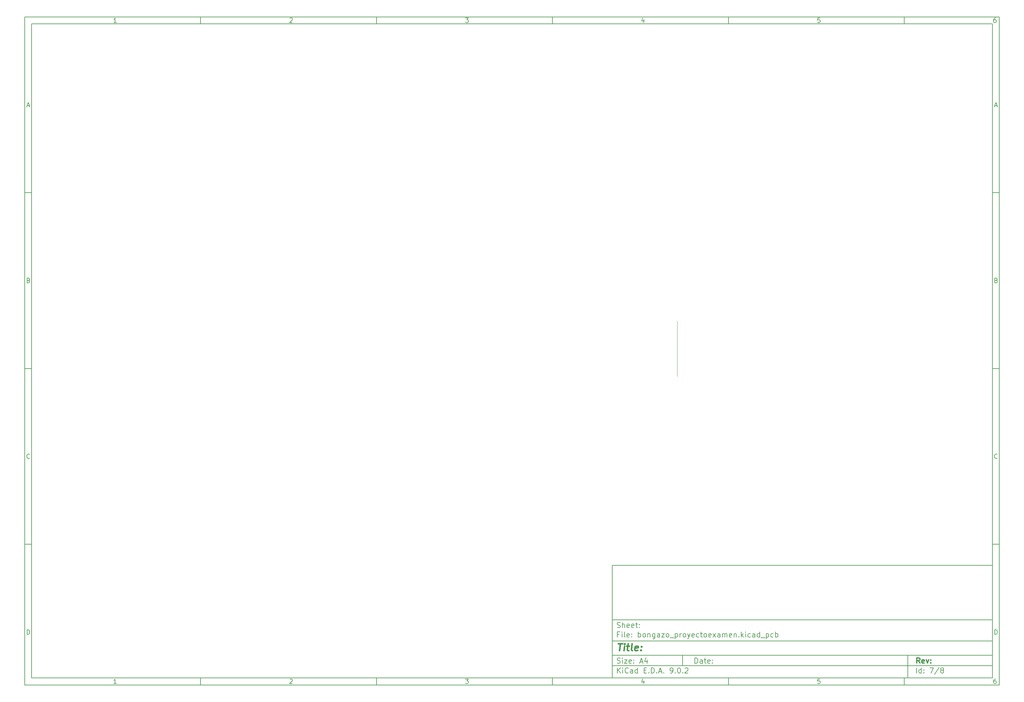
<source format=gbr>
%TF.GenerationSoftware,KiCad,Pcbnew,9.0.2*%
%TF.CreationDate,2025-06-20T15:30:42-04:00*%
%TF.ProjectId,bongazo_proyectoexamen,626f6e67-617a-46f5-9f70-726f79656374,rev?*%
%TF.SameCoordinates,Original*%
%TF.FileFunction,OtherDrawing,Comment*%
%FSLAX46Y46*%
G04 Gerber Fmt 4.6, Leading zero omitted, Abs format (unit mm)*
G04 Created by KiCad (PCBNEW 9.0.2) date 2025-06-20 15:30:42*
%MOMM*%
%LPD*%
G01*
G04 APERTURE LIST*
%ADD10C,0.100000*%
%ADD11C,0.150000*%
%ADD12C,0.300000*%
%ADD13C,0.400000*%
G04 APERTURE END LIST*
D10*
D11*
X177002200Y-166007200D02*
X285002200Y-166007200D01*
X285002200Y-198007200D01*
X177002200Y-198007200D01*
X177002200Y-166007200D01*
D10*
D11*
X10000000Y-10000000D02*
X287002200Y-10000000D01*
X287002200Y-200007200D01*
X10000000Y-200007200D01*
X10000000Y-10000000D01*
D10*
D11*
X12000000Y-12000000D02*
X285002200Y-12000000D01*
X285002200Y-198007200D01*
X12000000Y-198007200D01*
X12000000Y-12000000D01*
D10*
D11*
X60000000Y-12000000D02*
X60000000Y-10000000D01*
D10*
D11*
X110000000Y-12000000D02*
X110000000Y-10000000D01*
D10*
D11*
X160000000Y-12000000D02*
X160000000Y-10000000D01*
D10*
D11*
X210000000Y-12000000D02*
X210000000Y-10000000D01*
D10*
D11*
X260000000Y-12000000D02*
X260000000Y-10000000D01*
D10*
D11*
X36089160Y-11593604D02*
X35346303Y-11593604D01*
X35717731Y-11593604D02*
X35717731Y-10293604D01*
X35717731Y-10293604D02*
X35593922Y-10479319D01*
X35593922Y-10479319D02*
X35470112Y-10603128D01*
X35470112Y-10603128D02*
X35346303Y-10665033D01*
D10*
D11*
X85346303Y-10417414D02*
X85408207Y-10355509D01*
X85408207Y-10355509D02*
X85532017Y-10293604D01*
X85532017Y-10293604D02*
X85841541Y-10293604D01*
X85841541Y-10293604D02*
X85965350Y-10355509D01*
X85965350Y-10355509D02*
X86027255Y-10417414D01*
X86027255Y-10417414D02*
X86089160Y-10541223D01*
X86089160Y-10541223D02*
X86089160Y-10665033D01*
X86089160Y-10665033D02*
X86027255Y-10850747D01*
X86027255Y-10850747D02*
X85284398Y-11593604D01*
X85284398Y-11593604D02*
X86089160Y-11593604D01*
D10*
D11*
X135284398Y-10293604D02*
X136089160Y-10293604D01*
X136089160Y-10293604D02*
X135655826Y-10788842D01*
X135655826Y-10788842D02*
X135841541Y-10788842D01*
X135841541Y-10788842D02*
X135965350Y-10850747D01*
X135965350Y-10850747D02*
X136027255Y-10912652D01*
X136027255Y-10912652D02*
X136089160Y-11036461D01*
X136089160Y-11036461D02*
X136089160Y-11345985D01*
X136089160Y-11345985D02*
X136027255Y-11469795D01*
X136027255Y-11469795D02*
X135965350Y-11531700D01*
X135965350Y-11531700D02*
X135841541Y-11593604D01*
X135841541Y-11593604D02*
X135470112Y-11593604D01*
X135470112Y-11593604D02*
X135346303Y-11531700D01*
X135346303Y-11531700D02*
X135284398Y-11469795D01*
D10*
D11*
X185965350Y-10726938D02*
X185965350Y-11593604D01*
X185655826Y-10231700D02*
X185346303Y-11160271D01*
X185346303Y-11160271D02*
X186151064Y-11160271D01*
D10*
D11*
X236027255Y-10293604D02*
X235408207Y-10293604D01*
X235408207Y-10293604D02*
X235346303Y-10912652D01*
X235346303Y-10912652D02*
X235408207Y-10850747D01*
X235408207Y-10850747D02*
X235532017Y-10788842D01*
X235532017Y-10788842D02*
X235841541Y-10788842D01*
X235841541Y-10788842D02*
X235965350Y-10850747D01*
X235965350Y-10850747D02*
X236027255Y-10912652D01*
X236027255Y-10912652D02*
X236089160Y-11036461D01*
X236089160Y-11036461D02*
X236089160Y-11345985D01*
X236089160Y-11345985D02*
X236027255Y-11469795D01*
X236027255Y-11469795D02*
X235965350Y-11531700D01*
X235965350Y-11531700D02*
X235841541Y-11593604D01*
X235841541Y-11593604D02*
X235532017Y-11593604D01*
X235532017Y-11593604D02*
X235408207Y-11531700D01*
X235408207Y-11531700D02*
X235346303Y-11469795D01*
D10*
D11*
X285965350Y-10293604D02*
X285717731Y-10293604D01*
X285717731Y-10293604D02*
X285593922Y-10355509D01*
X285593922Y-10355509D02*
X285532017Y-10417414D01*
X285532017Y-10417414D02*
X285408207Y-10603128D01*
X285408207Y-10603128D02*
X285346303Y-10850747D01*
X285346303Y-10850747D02*
X285346303Y-11345985D01*
X285346303Y-11345985D02*
X285408207Y-11469795D01*
X285408207Y-11469795D02*
X285470112Y-11531700D01*
X285470112Y-11531700D02*
X285593922Y-11593604D01*
X285593922Y-11593604D02*
X285841541Y-11593604D01*
X285841541Y-11593604D02*
X285965350Y-11531700D01*
X285965350Y-11531700D02*
X286027255Y-11469795D01*
X286027255Y-11469795D02*
X286089160Y-11345985D01*
X286089160Y-11345985D02*
X286089160Y-11036461D01*
X286089160Y-11036461D02*
X286027255Y-10912652D01*
X286027255Y-10912652D02*
X285965350Y-10850747D01*
X285965350Y-10850747D02*
X285841541Y-10788842D01*
X285841541Y-10788842D02*
X285593922Y-10788842D01*
X285593922Y-10788842D02*
X285470112Y-10850747D01*
X285470112Y-10850747D02*
X285408207Y-10912652D01*
X285408207Y-10912652D02*
X285346303Y-11036461D01*
D10*
D11*
X60000000Y-198007200D02*
X60000000Y-200007200D01*
D10*
D11*
X110000000Y-198007200D02*
X110000000Y-200007200D01*
D10*
D11*
X160000000Y-198007200D02*
X160000000Y-200007200D01*
D10*
D11*
X210000000Y-198007200D02*
X210000000Y-200007200D01*
D10*
D11*
X260000000Y-198007200D02*
X260000000Y-200007200D01*
D10*
D11*
X36089160Y-199600804D02*
X35346303Y-199600804D01*
X35717731Y-199600804D02*
X35717731Y-198300804D01*
X35717731Y-198300804D02*
X35593922Y-198486519D01*
X35593922Y-198486519D02*
X35470112Y-198610328D01*
X35470112Y-198610328D02*
X35346303Y-198672233D01*
D10*
D11*
X85346303Y-198424614D02*
X85408207Y-198362709D01*
X85408207Y-198362709D02*
X85532017Y-198300804D01*
X85532017Y-198300804D02*
X85841541Y-198300804D01*
X85841541Y-198300804D02*
X85965350Y-198362709D01*
X85965350Y-198362709D02*
X86027255Y-198424614D01*
X86027255Y-198424614D02*
X86089160Y-198548423D01*
X86089160Y-198548423D02*
X86089160Y-198672233D01*
X86089160Y-198672233D02*
X86027255Y-198857947D01*
X86027255Y-198857947D02*
X85284398Y-199600804D01*
X85284398Y-199600804D02*
X86089160Y-199600804D01*
D10*
D11*
X135284398Y-198300804D02*
X136089160Y-198300804D01*
X136089160Y-198300804D02*
X135655826Y-198796042D01*
X135655826Y-198796042D02*
X135841541Y-198796042D01*
X135841541Y-198796042D02*
X135965350Y-198857947D01*
X135965350Y-198857947D02*
X136027255Y-198919852D01*
X136027255Y-198919852D02*
X136089160Y-199043661D01*
X136089160Y-199043661D02*
X136089160Y-199353185D01*
X136089160Y-199353185D02*
X136027255Y-199476995D01*
X136027255Y-199476995D02*
X135965350Y-199538900D01*
X135965350Y-199538900D02*
X135841541Y-199600804D01*
X135841541Y-199600804D02*
X135470112Y-199600804D01*
X135470112Y-199600804D02*
X135346303Y-199538900D01*
X135346303Y-199538900D02*
X135284398Y-199476995D01*
D10*
D11*
X185965350Y-198734138D02*
X185965350Y-199600804D01*
X185655826Y-198238900D02*
X185346303Y-199167471D01*
X185346303Y-199167471D02*
X186151064Y-199167471D01*
D10*
D11*
X236027255Y-198300804D02*
X235408207Y-198300804D01*
X235408207Y-198300804D02*
X235346303Y-198919852D01*
X235346303Y-198919852D02*
X235408207Y-198857947D01*
X235408207Y-198857947D02*
X235532017Y-198796042D01*
X235532017Y-198796042D02*
X235841541Y-198796042D01*
X235841541Y-198796042D02*
X235965350Y-198857947D01*
X235965350Y-198857947D02*
X236027255Y-198919852D01*
X236027255Y-198919852D02*
X236089160Y-199043661D01*
X236089160Y-199043661D02*
X236089160Y-199353185D01*
X236089160Y-199353185D02*
X236027255Y-199476995D01*
X236027255Y-199476995D02*
X235965350Y-199538900D01*
X235965350Y-199538900D02*
X235841541Y-199600804D01*
X235841541Y-199600804D02*
X235532017Y-199600804D01*
X235532017Y-199600804D02*
X235408207Y-199538900D01*
X235408207Y-199538900D02*
X235346303Y-199476995D01*
D10*
D11*
X285965350Y-198300804D02*
X285717731Y-198300804D01*
X285717731Y-198300804D02*
X285593922Y-198362709D01*
X285593922Y-198362709D02*
X285532017Y-198424614D01*
X285532017Y-198424614D02*
X285408207Y-198610328D01*
X285408207Y-198610328D02*
X285346303Y-198857947D01*
X285346303Y-198857947D02*
X285346303Y-199353185D01*
X285346303Y-199353185D02*
X285408207Y-199476995D01*
X285408207Y-199476995D02*
X285470112Y-199538900D01*
X285470112Y-199538900D02*
X285593922Y-199600804D01*
X285593922Y-199600804D02*
X285841541Y-199600804D01*
X285841541Y-199600804D02*
X285965350Y-199538900D01*
X285965350Y-199538900D02*
X286027255Y-199476995D01*
X286027255Y-199476995D02*
X286089160Y-199353185D01*
X286089160Y-199353185D02*
X286089160Y-199043661D01*
X286089160Y-199043661D02*
X286027255Y-198919852D01*
X286027255Y-198919852D02*
X285965350Y-198857947D01*
X285965350Y-198857947D02*
X285841541Y-198796042D01*
X285841541Y-198796042D02*
X285593922Y-198796042D01*
X285593922Y-198796042D02*
X285470112Y-198857947D01*
X285470112Y-198857947D02*
X285408207Y-198919852D01*
X285408207Y-198919852D02*
X285346303Y-199043661D01*
D10*
D11*
X10000000Y-60000000D02*
X12000000Y-60000000D01*
D10*
D11*
X10000000Y-110000000D02*
X12000000Y-110000000D01*
D10*
D11*
X10000000Y-160000000D02*
X12000000Y-160000000D01*
D10*
D11*
X10690476Y-35222176D02*
X11309523Y-35222176D01*
X10566666Y-35593604D02*
X10999999Y-34293604D01*
X10999999Y-34293604D02*
X11433333Y-35593604D01*
D10*
D11*
X11092857Y-84912652D02*
X11278571Y-84974557D01*
X11278571Y-84974557D02*
X11340476Y-85036461D01*
X11340476Y-85036461D02*
X11402380Y-85160271D01*
X11402380Y-85160271D02*
X11402380Y-85345985D01*
X11402380Y-85345985D02*
X11340476Y-85469795D01*
X11340476Y-85469795D02*
X11278571Y-85531700D01*
X11278571Y-85531700D02*
X11154761Y-85593604D01*
X11154761Y-85593604D02*
X10659523Y-85593604D01*
X10659523Y-85593604D02*
X10659523Y-84293604D01*
X10659523Y-84293604D02*
X11092857Y-84293604D01*
X11092857Y-84293604D02*
X11216666Y-84355509D01*
X11216666Y-84355509D02*
X11278571Y-84417414D01*
X11278571Y-84417414D02*
X11340476Y-84541223D01*
X11340476Y-84541223D02*
X11340476Y-84665033D01*
X11340476Y-84665033D02*
X11278571Y-84788842D01*
X11278571Y-84788842D02*
X11216666Y-84850747D01*
X11216666Y-84850747D02*
X11092857Y-84912652D01*
X11092857Y-84912652D02*
X10659523Y-84912652D01*
D10*
D11*
X11402380Y-135469795D02*
X11340476Y-135531700D01*
X11340476Y-135531700D02*
X11154761Y-135593604D01*
X11154761Y-135593604D02*
X11030952Y-135593604D01*
X11030952Y-135593604D02*
X10845238Y-135531700D01*
X10845238Y-135531700D02*
X10721428Y-135407890D01*
X10721428Y-135407890D02*
X10659523Y-135284080D01*
X10659523Y-135284080D02*
X10597619Y-135036461D01*
X10597619Y-135036461D02*
X10597619Y-134850747D01*
X10597619Y-134850747D02*
X10659523Y-134603128D01*
X10659523Y-134603128D02*
X10721428Y-134479319D01*
X10721428Y-134479319D02*
X10845238Y-134355509D01*
X10845238Y-134355509D02*
X11030952Y-134293604D01*
X11030952Y-134293604D02*
X11154761Y-134293604D01*
X11154761Y-134293604D02*
X11340476Y-134355509D01*
X11340476Y-134355509D02*
X11402380Y-134417414D01*
D10*
D11*
X10659523Y-185593604D02*
X10659523Y-184293604D01*
X10659523Y-184293604D02*
X10969047Y-184293604D01*
X10969047Y-184293604D02*
X11154761Y-184355509D01*
X11154761Y-184355509D02*
X11278571Y-184479319D01*
X11278571Y-184479319D02*
X11340476Y-184603128D01*
X11340476Y-184603128D02*
X11402380Y-184850747D01*
X11402380Y-184850747D02*
X11402380Y-185036461D01*
X11402380Y-185036461D02*
X11340476Y-185284080D01*
X11340476Y-185284080D02*
X11278571Y-185407890D01*
X11278571Y-185407890D02*
X11154761Y-185531700D01*
X11154761Y-185531700D02*
X10969047Y-185593604D01*
X10969047Y-185593604D02*
X10659523Y-185593604D01*
D10*
D11*
X287002200Y-60000000D02*
X285002200Y-60000000D01*
D10*
D11*
X287002200Y-110000000D02*
X285002200Y-110000000D01*
D10*
D11*
X287002200Y-160000000D02*
X285002200Y-160000000D01*
D10*
D11*
X285692676Y-35222176D02*
X286311723Y-35222176D01*
X285568866Y-35593604D02*
X286002199Y-34293604D01*
X286002199Y-34293604D02*
X286435533Y-35593604D01*
D10*
D11*
X286095057Y-84912652D02*
X286280771Y-84974557D01*
X286280771Y-84974557D02*
X286342676Y-85036461D01*
X286342676Y-85036461D02*
X286404580Y-85160271D01*
X286404580Y-85160271D02*
X286404580Y-85345985D01*
X286404580Y-85345985D02*
X286342676Y-85469795D01*
X286342676Y-85469795D02*
X286280771Y-85531700D01*
X286280771Y-85531700D02*
X286156961Y-85593604D01*
X286156961Y-85593604D02*
X285661723Y-85593604D01*
X285661723Y-85593604D02*
X285661723Y-84293604D01*
X285661723Y-84293604D02*
X286095057Y-84293604D01*
X286095057Y-84293604D02*
X286218866Y-84355509D01*
X286218866Y-84355509D02*
X286280771Y-84417414D01*
X286280771Y-84417414D02*
X286342676Y-84541223D01*
X286342676Y-84541223D02*
X286342676Y-84665033D01*
X286342676Y-84665033D02*
X286280771Y-84788842D01*
X286280771Y-84788842D02*
X286218866Y-84850747D01*
X286218866Y-84850747D02*
X286095057Y-84912652D01*
X286095057Y-84912652D02*
X285661723Y-84912652D01*
D10*
D11*
X286404580Y-135469795D02*
X286342676Y-135531700D01*
X286342676Y-135531700D02*
X286156961Y-135593604D01*
X286156961Y-135593604D02*
X286033152Y-135593604D01*
X286033152Y-135593604D02*
X285847438Y-135531700D01*
X285847438Y-135531700D02*
X285723628Y-135407890D01*
X285723628Y-135407890D02*
X285661723Y-135284080D01*
X285661723Y-135284080D02*
X285599819Y-135036461D01*
X285599819Y-135036461D02*
X285599819Y-134850747D01*
X285599819Y-134850747D02*
X285661723Y-134603128D01*
X285661723Y-134603128D02*
X285723628Y-134479319D01*
X285723628Y-134479319D02*
X285847438Y-134355509D01*
X285847438Y-134355509D02*
X286033152Y-134293604D01*
X286033152Y-134293604D02*
X286156961Y-134293604D01*
X286156961Y-134293604D02*
X286342676Y-134355509D01*
X286342676Y-134355509D02*
X286404580Y-134417414D01*
D10*
D11*
X285661723Y-185593604D02*
X285661723Y-184293604D01*
X285661723Y-184293604D02*
X285971247Y-184293604D01*
X285971247Y-184293604D02*
X286156961Y-184355509D01*
X286156961Y-184355509D02*
X286280771Y-184479319D01*
X286280771Y-184479319D02*
X286342676Y-184603128D01*
X286342676Y-184603128D02*
X286404580Y-184850747D01*
X286404580Y-184850747D02*
X286404580Y-185036461D01*
X286404580Y-185036461D02*
X286342676Y-185284080D01*
X286342676Y-185284080D02*
X286280771Y-185407890D01*
X286280771Y-185407890D02*
X286156961Y-185531700D01*
X286156961Y-185531700D02*
X285971247Y-185593604D01*
X285971247Y-185593604D02*
X285661723Y-185593604D01*
D10*
D11*
X200458026Y-193793328D02*
X200458026Y-192293328D01*
X200458026Y-192293328D02*
X200815169Y-192293328D01*
X200815169Y-192293328D02*
X201029455Y-192364757D01*
X201029455Y-192364757D02*
X201172312Y-192507614D01*
X201172312Y-192507614D02*
X201243741Y-192650471D01*
X201243741Y-192650471D02*
X201315169Y-192936185D01*
X201315169Y-192936185D02*
X201315169Y-193150471D01*
X201315169Y-193150471D02*
X201243741Y-193436185D01*
X201243741Y-193436185D02*
X201172312Y-193579042D01*
X201172312Y-193579042D02*
X201029455Y-193721900D01*
X201029455Y-193721900D02*
X200815169Y-193793328D01*
X200815169Y-193793328D02*
X200458026Y-193793328D01*
X202600884Y-193793328D02*
X202600884Y-193007614D01*
X202600884Y-193007614D02*
X202529455Y-192864757D01*
X202529455Y-192864757D02*
X202386598Y-192793328D01*
X202386598Y-192793328D02*
X202100884Y-192793328D01*
X202100884Y-192793328D02*
X201958026Y-192864757D01*
X202600884Y-193721900D02*
X202458026Y-193793328D01*
X202458026Y-193793328D02*
X202100884Y-193793328D01*
X202100884Y-193793328D02*
X201958026Y-193721900D01*
X201958026Y-193721900D02*
X201886598Y-193579042D01*
X201886598Y-193579042D02*
X201886598Y-193436185D01*
X201886598Y-193436185D02*
X201958026Y-193293328D01*
X201958026Y-193293328D02*
X202100884Y-193221900D01*
X202100884Y-193221900D02*
X202458026Y-193221900D01*
X202458026Y-193221900D02*
X202600884Y-193150471D01*
X203100884Y-192793328D02*
X203672312Y-192793328D01*
X203315169Y-192293328D02*
X203315169Y-193579042D01*
X203315169Y-193579042D02*
X203386598Y-193721900D01*
X203386598Y-193721900D02*
X203529455Y-193793328D01*
X203529455Y-193793328D02*
X203672312Y-193793328D01*
X204743741Y-193721900D02*
X204600884Y-193793328D01*
X204600884Y-193793328D02*
X204315170Y-193793328D01*
X204315170Y-193793328D02*
X204172312Y-193721900D01*
X204172312Y-193721900D02*
X204100884Y-193579042D01*
X204100884Y-193579042D02*
X204100884Y-193007614D01*
X204100884Y-193007614D02*
X204172312Y-192864757D01*
X204172312Y-192864757D02*
X204315170Y-192793328D01*
X204315170Y-192793328D02*
X204600884Y-192793328D01*
X204600884Y-192793328D02*
X204743741Y-192864757D01*
X204743741Y-192864757D02*
X204815170Y-193007614D01*
X204815170Y-193007614D02*
X204815170Y-193150471D01*
X204815170Y-193150471D02*
X204100884Y-193293328D01*
X205458026Y-193650471D02*
X205529455Y-193721900D01*
X205529455Y-193721900D02*
X205458026Y-193793328D01*
X205458026Y-193793328D02*
X205386598Y-193721900D01*
X205386598Y-193721900D02*
X205458026Y-193650471D01*
X205458026Y-193650471D02*
X205458026Y-193793328D01*
X205458026Y-192864757D02*
X205529455Y-192936185D01*
X205529455Y-192936185D02*
X205458026Y-193007614D01*
X205458026Y-193007614D02*
X205386598Y-192936185D01*
X205386598Y-192936185D02*
X205458026Y-192864757D01*
X205458026Y-192864757D02*
X205458026Y-193007614D01*
D10*
D11*
X177002200Y-194507200D02*
X285002200Y-194507200D01*
D10*
D11*
X178458026Y-196593328D02*
X178458026Y-195093328D01*
X179315169Y-196593328D02*
X178672312Y-195736185D01*
X179315169Y-195093328D02*
X178458026Y-195950471D01*
X179958026Y-196593328D02*
X179958026Y-195593328D01*
X179958026Y-195093328D02*
X179886598Y-195164757D01*
X179886598Y-195164757D02*
X179958026Y-195236185D01*
X179958026Y-195236185D02*
X180029455Y-195164757D01*
X180029455Y-195164757D02*
X179958026Y-195093328D01*
X179958026Y-195093328D02*
X179958026Y-195236185D01*
X181529455Y-196450471D02*
X181458027Y-196521900D01*
X181458027Y-196521900D02*
X181243741Y-196593328D01*
X181243741Y-196593328D02*
X181100884Y-196593328D01*
X181100884Y-196593328D02*
X180886598Y-196521900D01*
X180886598Y-196521900D02*
X180743741Y-196379042D01*
X180743741Y-196379042D02*
X180672312Y-196236185D01*
X180672312Y-196236185D02*
X180600884Y-195950471D01*
X180600884Y-195950471D02*
X180600884Y-195736185D01*
X180600884Y-195736185D02*
X180672312Y-195450471D01*
X180672312Y-195450471D02*
X180743741Y-195307614D01*
X180743741Y-195307614D02*
X180886598Y-195164757D01*
X180886598Y-195164757D02*
X181100884Y-195093328D01*
X181100884Y-195093328D02*
X181243741Y-195093328D01*
X181243741Y-195093328D02*
X181458027Y-195164757D01*
X181458027Y-195164757D02*
X181529455Y-195236185D01*
X182815170Y-196593328D02*
X182815170Y-195807614D01*
X182815170Y-195807614D02*
X182743741Y-195664757D01*
X182743741Y-195664757D02*
X182600884Y-195593328D01*
X182600884Y-195593328D02*
X182315170Y-195593328D01*
X182315170Y-195593328D02*
X182172312Y-195664757D01*
X182815170Y-196521900D02*
X182672312Y-196593328D01*
X182672312Y-196593328D02*
X182315170Y-196593328D01*
X182315170Y-196593328D02*
X182172312Y-196521900D01*
X182172312Y-196521900D02*
X182100884Y-196379042D01*
X182100884Y-196379042D02*
X182100884Y-196236185D01*
X182100884Y-196236185D02*
X182172312Y-196093328D01*
X182172312Y-196093328D02*
X182315170Y-196021900D01*
X182315170Y-196021900D02*
X182672312Y-196021900D01*
X182672312Y-196021900D02*
X182815170Y-195950471D01*
X184172313Y-196593328D02*
X184172313Y-195093328D01*
X184172313Y-196521900D02*
X184029455Y-196593328D01*
X184029455Y-196593328D02*
X183743741Y-196593328D01*
X183743741Y-196593328D02*
X183600884Y-196521900D01*
X183600884Y-196521900D02*
X183529455Y-196450471D01*
X183529455Y-196450471D02*
X183458027Y-196307614D01*
X183458027Y-196307614D02*
X183458027Y-195879042D01*
X183458027Y-195879042D02*
X183529455Y-195736185D01*
X183529455Y-195736185D02*
X183600884Y-195664757D01*
X183600884Y-195664757D02*
X183743741Y-195593328D01*
X183743741Y-195593328D02*
X184029455Y-195593328D01*
X184029455Y-195593328D02*
X184172313Y-195664757D01*
X186029455Y-195807614D02*
X186529455Y-195807614D01*
X186743741Y-196593328D02*
X186029455Y-196593328D01*
X186029455Y-196593328D02*
X186029455Y-195093328D01*
X186029455Y-195093328D02*
X186743741Y-195093328D01*
X187386598Y-196450471D02*
X187458027Y-196521900D01*
X187458027Y-196521900D02*
X187386598Y-196593328D01*
X187386598Y-196593328D02*
X187315170Y-196521900D01*
X187315170Y-196521900D02*
X187386598Y-196450471D01*
X187386598Y-196450471D02*
X187386598Y-196593328D01*
X188100884Y-196593328D02*
X188100884Y-195093328D01*
X188100884Y-195093328D02*
X188458027Y-195093328D01*
X188458027Y-195093328D02*
X188672313Y-195164757D01*
X188672313Y-195164757D02*
X188815170Y-195307614D01*
X188815170Y-195307614D02*
X188886599Y-195450471D01*
X188886599Y-195450471D02*
X188958027Y-195736185D01*
X188958027Y-195736185D02*
X188958027Y-195950471D01*
X188958027Y-195950471D02*
X188886599Y-196236185D01*
X188886599Y-196236185D02*
X188815170Y-196379042D01*
X188815170Y-196379042D02*
X188672313Y-196521900D01*
X188672313Y-196521900D02*
X188458027Y-196593328D01*
X188458027Y-196593328D02*
X188100884Y-196593328D01*
X189600884Y-196450471D02*
X189672313Y-196521900D01*
X189672313Y-196521900D02*
X189600884Y-196593328D01*
X189600884Y-196593328D02*
X189529456Y-196521900D01*
X189529456Y-196521900D02*
X189600884Y-196450471D01*
X189600884Y-196450471D02*
X189600884Y-196593328D01*
X190243742Y-196164757D02*
X190958028Y-196164757D01*
X190100885Y-196593328D02*
X190600885Y-195093328D01*
X190600885Y-195093328D02*
X191100885Y-196593328D01*
X191600884Y-196450471D02*
X191672313Y-196521900D01*
X191672313Y-196521900D02*
X191600884Y-196593328D01*
X191600884Y-196593328D02*
X191529456Y-196521900D01*
X191529456Y-196521900D02*
X191600884Y-196450471D01*
X191600884Y-196450471D02*
X191600884Y-196593328D01*
X193529456Y-196593328D02*
X193815170Y-196593328D01*
X193815170Y-196593328D02*
X193958027Y-196521900D01*
X193958027Y-196521900D02*
X194029456Y-196450471D01*
X194029456Y-196450471D02*
X194172313Y-196236185D01*
X194172313Y-196236185D02*
X194243742Y-195950471D01*
X194243742Y-195950471D02*
X194243742Y-195379042D01*
X194243742Y-195379042D02*
X194172313Y-195236185D01*
X194172313Y-195236185D02*
X194100885Y-195164757D01*
X194100885Y-195164757D02*
X193958027Y-195093328D01*
X193958027Y-195093328D02*
X193672313Y-195093328D01*
X193672313Y-195093328D02*
X193529456Y-195164757D01*
X193529456Y-195164757D02*
X193458027Y-195236185D01*
X193458027Y-195236185D02*
X193386599Y-195379042D01*
X193386599Y-195379042D02*
X193386599Y-195736185D01*
X193386599Y-195736185D02*
X193458027Y-195879042D01*
X193458027Y-195879042D02*
X193529456Y-195950471D01*
X193529456Y-195950471D02*
X193672313Y-196021900D01*
X193672313Y-196021900D02*
X193958027Y-196021900D01*
X193958027Y-196021900D02*
X194100885Y-195950471D01*
X194100885Y-195950471D02*
X194172313Y-195879042D01*
X194172313Y-195879042D02*
X194243742Y-195736185D01*
X194886598Y-196450471D02*
X194958027Y-196521900D01*
X194958027Y-196521900D02*
X194886598Y-196593328D01*
X194886598Y-196593328D02*
X194815170Y-196521900D01*
X194815170Y-196521900D02*
X194886598Y-196450471D01*
X194886598Y-196450471D02*
X194886598Y-196593328D01*
X195886599Y-195093328D02*
X196029456Y-195093328D01*
X196029456Y-195093328D02*
X196172313Y-195164757D01*
X196172313Y-195164757D02*
X196243742Y-195236185D01*
X196243742Y-195236185D02*
X196315170Y-195379042D01*
X196315170Y-195379042D02*
X196386599Y-195664757D01*
X196386599Y-195664757D02*
X196386599Y-196021900D01*
X196386599Y-196021900D02*
X196315170Y-196307614D01*
X196315170Y-196307614D02*
X196243742Y-196450471D01*
X196243742Y-196450471D02*
X196172313Y-196521900D01*
X196172313Y-196521900D02*
X196029456Y-196593328D01*
X196029456Y-196593328D02*
X195886599Y-196593328D01*
X195886599Y-196593328D02*
X195743742Y-196521900D01*
X195743742Y-196521900D02*
X195672313Y-196450471D01*
X195672313Y-196450471D02*
X195600884Y-196307614D01*
X195600884Y-196307614D02*
X195529456Y-196021900D01*
X195529456Y-196021900D02*
X195529456Y-195664757D01*
X195529456Y-195664757D02*
X195600884Y-195379042D01*
X195600884Y-195379042D02*
X195672313Y-195236185D01*
X195672313Y-195236185D02*
X195743742Y-195164757D01*
X195743742Y-195164757D02*
X195886599Y-195093328D01*
X197029455Y-196450471D02*
X197100884Y-196521900D01*
X197100884Y-196521900D02*
X197029455Y-196593328D01*
X197029455Y-196593328D02*
X196958027Y-196521900D01*
X196958027Y-196521900D02*
X197029455Y-196450471D01*
X197029455Y-196450471D02*
X197029455Y-196593328D01*
X197672313Y-195236185D02*
X197743741Y-195164757D01*
X197743741Y-195164757D02*
X197886599Y-195093328D01*
X197886599Y-195093328D02*
X198243741Y-195093328D01*
X198243741Y-195093328D02*
X198386599Y-195164757D01*
X198386599Y-195164757D02*
X198458027Y-195236185D01*
X198458027Y-195236185D02*
X198529456Y-195379042D01*
X198529456Y-195379042D02*
X198529456Y-195521900D01*
X198529456Y-195521900D02*
X198458027Y-195736185D01*
X198458027Y-195736185D02*
X197600884Y-196593328D01*
X197600884Y-196593328D02*
X198529456Y-196593328D01*
D10*
D11*
X177002200Y-191507200D02*
X285002200Y-191507200D01*
D10*
D12*
X264413853Y-193785528D02*
X263913853Y-193071242D01*
X263556710Y-193785528D02*
X263556710Y-192285528D01*
X263556710Y-192285528D02*
X264128139Y-192285528D01*
X264128139Y-192285528D02*
X264270996Y-192356957D01*
X264270996Y-192356957D02*
X264342425Y-192428385D01*
X264342425Y-192428385D02*
X264413853Y-192571242D01*
X264413853Y-192571242D02*
X264413853Y-192785528D01*
X264413853Y-192785528D02*
X264342425Y-192928385D01*
X264342425Y-192928385D02*
X264270996Y-192999814D01*
X264270996Y-192999814D02*
X264128139Y-193071242D01*
X264128139Y-193071242D02*
X263556710Y-193071242D01*
X265628139Y-193714100D02*
X265485282Y-193785528D01*
X265485282Y-193785528D02*
X265199568Y-193785528D01*
X265199568Y-193785528D02*
X265056710Y-193714100D01*
X265056710Y-193714100D02*
X264985282Y-193571242D01*
X264985282Y-193571242D02*
X264985282Y-192999814D01*
X264985282Y-192999814D02*
X265056710Y-192856957D01*
X265056710Y-192856957D02*
X265199568Y-192785528D01*
X265199568Y-192785528D02*
X265485282Y-192785528D01*
X265485282Y-192785528D02*
X265628139Y-192856957D01*
X265628139Y-192856957D02*
X265699568Y-192999814D01*
X265699568Y-192999814D02*
X265699568Y-193142671D01*
X265699568Y-193142671D02*
X264985282Y-193285528D01*
X266199567Y-192785528D02*
X266556710Y-193785528D01*
X266556710Y-193785528D02*
X266913853Y-192785528D01*
X267485281Y-193642671D02*
X267556710Y-193714100D01*
X267556710Y-193714100D02*
X267485281Y-193785528D01*
X267485281Y-193785528D02*
X267413853Y-193714100D01*
X267413853Y-193714100D02*
X267485281Y-193642671D01*
X267485281Y-193642671D02*
X267485281Y-193785528D01*
X267485281Y-192856957D02*
X267556710Y-192928385D01*
X267556710Y-192928385D02*
X267485281Y-192999814D01*
X267485281Y-192999814D02*
X267413853Y-192928385D01*
X267413853Y-192928385D02*
X267485281Y-192856957D01*
X267485281Y-192856957D02*
X267485281Y-192999814D01*
D10*
D11*
X178386598Y-193721900D02*
X178600884Y-193793328D01*
X178600884Y-193793328D02*
X178958026Y-193793328D01*
X178958026Y-193793328D02*
X179100884Y-193721900D01*
X179100884Y-193721900D02*
X179172312Y-193650471D01*
X179172312Y-193650471D02*
X179243741Y-193507614D01*
X179243741Y-193507614D02*
X179243741Y-193364757D01*
X179243741Y-193364757D02*
X179172312Y-193221900D01*
X179172312Y-193221900D02*
X179100884Y-193150471D01*
X179100884Y-193150471D02*
X178958026Y-193079042D01*
X178958026Y-193079042D02*
X178672312Y-193007614D01*
X178672312Y-193007614D02*
X178529455Y-192936185D01*
X178529455Y-192936185D02*
X178458026Y-192864757D01*
X178458026Y-192864757D02*
X178386598Y-192721900D01*
X178386598Y-192721900D02*
X178386598Y-192579042D01*
X178386598Y-192579042D02*
X178458026Y-192436185D01*
X178458026Y-192436185D02*
X178529455Y-192364757D01*
X178529455Y-192364757D02*
X178672312Y-192293328D01*
X178672312Y-192293328D02*
X179029455Y-192293328D01*
X179029455Y-192293328D02*
X179243741Y-192364757D01*
X179886597Y-193793328D02*
X179886597Y-192793328D01*
X179886597Y-192293328D02*
X179815169Y-192364757D01*
X179815169Y-192364757D02*
X179886597Y-192436185D01*
X179886597Y-192436185D02*
X179958026Y-192364757D01*
X179958026Y-192364757D02*
X179886597Y-192293328D01*
X179886597Y-192293328D02*
X179886597Y-192436185D01*
X180458026Y-192793328D02*
X181243741Y-192793328D01*
X181243741Y-192793328D02*
X180458026Y-193793328D01*
X180458026Y-193793328D02*
X181243741Y-193793328D01*
X182386598Y-193721900D02*
X182243741Y-193793328D01*
X182243741Y-193793328D02*
X181958027Y-193793328D01*
X181958027Y-193793328D02*
X181815169Y-193721900D01*
X181815169Y-193721900D02*
X181743741Y-193579042D01*
X181743741Y-193579042D02*
X181743741Y-193007614D01*
X181743741Y-193007614D02*
X181815169Y-192864757D01*
X181815169Y-192864757D02*
X181958027Y-192793328D01*
X181958027Y-192793328D02*
X182243741Y-192793328D01*
X182243741Y-192793328D02*
X182386598Y-192864757D01*
X182386598Y-192864757D02*
X182458027Y-193007614D01*
X182458027Y-193007614D02*
X182458027Y-193150471D01*
X182458027Y-193150471D02*
X181743741Y-193293328D01*
X183100883Y-193650471D02*
X183172312Y-193721900D01*
X183172312Y-193721900D02*
X183100883Y-193793328D01*
X183100883Y-193793328D02*
X183029455Y-193721900D01*
X183029455Y-193721900D02*
X183100883Y-193650471D01*
X183100883Y-193650471D02*
X183100883Y-193793328D01*
X183100883Y-192864757D02*
X183172312Y-192936185D01*
X183172312Y-192936185D02*
X183100883Y-193007614D01*
X183100883Y-193007614D02*
X183029455Y-192936185D01*
X183029455Y-192936185D02*
X183100883Y-192864757D01*
X183100883Y-192864757D02*
X183100883Y-193007614D01*
X184886598Y-193364757D02*
X185600884Y-193364757D01*
X184743741Y-193793328D02*
X185243741Y-192293328D01*
X185243741Y-192293328D02*
X185743741Y-193793328D01*
X186886598Y-192793328D02*
X186886598Y-193793328D01*
X186529455Y-192221900D02*
X186172312Y-193293328D01*
X186172312Y-193293328D02*
X187100883Y-193293328D01*
D10*
D11*
X263458026Y-196593328D02*
X263458026Y-195093328D01*
X264815170Y-196593328D02*
X264815170Y-195093328D01*
X264815170Y-196521900D02*
X264672312Y-196593328D01*
X264672312Y-196593328D02*
X264386598Y-196593328D01*
X264386598Y-196593328D02*
X264243741Y-196521900D01*
X264243741Y-196521900D02*
X264172312Y-196450471D01*
X264172312Y-196450471D02*
X264100884Y-196307614D01*
X264100884Y-196307614D02*
X264100884Y-195879042D01*
X264100884Y-195879042D02*
X264172312Y-195736185D01*
X264172312Y-195736185D02*
X264243741Y-195664757D01*
X264243741Y-195664757D02*
X264386598Y-195593328D01*
X264386598Y-195593328D02*
X264672312Y-195593328D01*
X264672312Y-195593328D02*
X264815170Y-195664757D01*
X265529455Y-196450471D02*
X265600884Y-196521900D01*
X265600884Y-196521900D02*
X265529455Y-196593328D01*
X265529455Y-196593328D02*
X265458027Y-196521900D01*
X265458027Y-196521900D02*
X265529455Y-196450471D01*
X265529455Y-196450471D02*
X265529455Y-196593328D01*
X265529455Y-195664757D02*
X265600884Y-195736185D01*
X265600884Y-195736185D02*
X265529455Y-195807614D01*
X265529455Y-195807614D02*
X265458027Y-195736185D01*
X265458027Y-195736185D02*
X265529455Y-195664757D01*
X265529455Y-195664757D02*
X265529455Y-195807614D01*
X267243741Y-195093328D02*
X268243741Y-195093328D01*
X268243741Y-195093328D02*
X267600884Y-196593328D01*
X269886598Y-195021900D02*
X268600884Y-196950471D01*
X270600884Y-195736185D02*
X270458027Y-195664757D01*
X270458027Y-195664757D02*
X270386598Y-195593328D01*
X270386598Y-195593328D02*
X270315170Y-195450471D01*
X270315170Y-195450471D02*
X270315170Y-195379042D01*
X270315170Y-195379042D02*
X270386598Y-195236185D01*
X270386598Y-195236185D02*
X270458027Y-195164757D01*
X270458027Y-195164757D02*
X270600884Y-195093328D01*
X270600884Y-195093328D02*
X270886598Y-195093328D01*
X270886598Y-195093328D02*
X271029456Y-195164757D01*
X271029456Y-195164757D02*
X271100884Y-195236185D01*
X271100884Y-195236185D02*
X271172313Y-195379042D01*
X271172313Y-195379042D02*
X271172313Y-195450471D01*
X271172313Y-195450471D02*
X271100884Y-195593328D01*
X271100884Y-195593328D02*
X271029456Y-195664757D01*
X271029456Y-195664757D02*
X270886598Y-195736185D01*
X270886598Y-195736185D02*
X270600884Y-195736185D01*
X270600884Y-195736185D02*
X270458027Y-195807614D01*
X270458027Y-195807614D02*
X270386598Y-195879042D01*
X270386598Y-195879042D02*
X270315170Y-196021900D01*
X270315170Y-196021900D02*
X270315170Y-196307614D01*
X270315170Y-196307614D02*
X270386598Y-196450471D01*
X270386598Y-196450471D02*
X270458027Y-196521900D01*
X270458027Y-196521900D02*
X270600884Y-196593328D01*
X270600884Y-196593328D02*
X270886598Y-196593328D01*
X270886598Y-196593328D02*
X271029456Y-196521900D01*
X271029456Y-196521900D02*
X271100884Y-196450471D01*
X271100884Y-196450471D02*
X271172313Y-196307614D01*
X271172313Y-196307614D02*
X271172313Y-196021900D01*
X271172313Y-196021900D02*
X271100884Y-195879042D01*
X271100884Y-195879042D02*
X271029456Y-195807614D01*
X271029456Y-195807614D02*
X270886598Y-195736185D01*
D10*
D11*
X177002200Y-187507200D02*
X285002200Y-187507200D01*
D10*
D13*
X178693928Y-188211638D02*
X179836785Y-188211638D01*
X179015357Y-190211638D02*
X179265357Y-188211638D01*
X180253452Y-190211638D02*
X180420119Y-188878304D01*
X180503452Y-188211638D02*
X180396309Y-188306876D01*
X180396309Y-188306876D02*
X180479643Y-188402114D01*
X180479643Y-188402114D02*
X180586786Y-188306876D01*
X180586786Y-188306876D02*
X180503452Y-188211638D01*
X180503452Y-188211638D02*
X180479643Y-188402114D01*
X181086786Y-188878304D02*
X181848690Y-188878304D01*
X181455833Y-188211638D02*
X181241548Y-189925923D01*
X181241548Y-189925923D02*
X181312976Y-190116400D01*
X181312976Y-190116400D02*
X181491548Y-190211638D01*
X181491548Y-190211638D02*
X181682024Y-190211638D01*
X182634405Y-190211638D02*
X182455833Y-190116400D01*
X182455833Y-190116400D02*
X182384405Y-189925923D01*
X182384405Y-189925923D02*
X182598690Y-188211638D01*
X184170119Y-190116400D02*
X183967738Y-190211638D01*
X183967738Y-190211638D02*
X183586785Y-190211638D01*
X183586785Y-190211638D02*
X183408214Y-190116400D01*
X183408214Y-190116400D02*
X183336785Y-189925923D01*
X183336785Y-189925923D02*
X183432024Y-189164019D01*
X183432024Y-189164019D02*
X183551071Y-188973542D01*
X183551071Y-188973542D02*
X183753452Y-188878304D01*
X183753452Y-188878304D02*
X184134404Y-188878304D01*
X184134404Y-188878304D02*
X184312976Y-188973542D01*
X184312976Y-188973542D02*
X184384404Y-189164019D01*
X184384404Y-189164019D02*
X184360595Y-189354495D01*
X184360595Y-189354495D02*
X183384404Y-189544971D01*
X185134405Y-190021161D02*
X185217738Y-190116400D01*
X185217738Y-190116400D02*
X185110595Y-190211638D01*
X185110595Y-190211638D02*
X185027262Y-190116400D01*
X185027262Y-190116400D02*
X185134405Y-190021161D01*
X185134405Y-190021161D02*
X185110595Y-190211638D01*
X185265357Y-188973542D02*
X185348690Y-189068780D01*
X185348690Y-189068780D02*
X185241548Y-189164019D01*
X185241548Y-189164019D02*
X185158214Y-189068780D01*
X185158214Y-189068780D02*
X185265357Y-188973542D01*
X185265357Y-188973542D02*
X185241548Y-189164019D01*
D10*
D11*
X178958026Y-185607614D02*
X178458026Y-185607614D01*
X178458026Y-186393328D02*
X178458026Y-184893328D01*
X178458026Y-184893328D02*
X179172312Y-184893328D01*
X179743740Y-186393328D02*
X179743740Y-185393328D01*
X179743740Y-184893328D02*
X179672312Y-184964757D01*
X179672312Y-184964757D02*
X179743740Y-185036185D01*
X179743740Y-185036185D02*
X179815169Y-184964757D01*
X179815169Y-184964757D02*
X179743740Y-184893328D01*
X179743740Y-184893328D02*
X179743740Y-185036185D01*
X180672312Y-186393328D02*
X180529455Y-186321900D01*
X180529455Y-186321900D02*
X180458026Y-186179042D01*
X180458026Y-186179042D02*
X180458026Y-184893328D01*
X181815169Y-186321900D02*
X181672312Y-186393328D01*
X181672312Y-186393328D02*
X181386598Y-186393328D01*
X181386598Y-186393328D02*
X181243740Y-186321900D01*
X181243740Y-186321900D02*
X181172312Y-186179042D01*
X181172312Y-186179042D02*
X181172312Y-185607614D01*
X181172312Y-185607614D02*
X181243740Y-185464757D01*
X181243740Y-185464757D02*
X181386598Y-185393328D01*
X181386598Y-185393328D02*
X181672312Y-185393328D01*
X181672312Y-185393328D02*
X181815169Y-185464757D01*
X181815169Y-185464757D02*
X181886598Y-185607614D01*
X181886598Y-185607614D02*
X181886598Y-185750471D01*
X181886598Y-185750471D02*
X181172312Y-185893328D01*
X182529454Y-186250471D02*
X182600883Y-186321900D01*
X182600883Y-186321900D02*
X182529454Y-186393328D01*
X182529454Y-186393328D02*
X182458026Y-186321900D01*
X182458026Y-186321900D02*
X182529454Y-186250471D01*
X182529454Y-186250471D02*
X182529454Y-186393328D01*
X182529454Y-185464757D02*
X182600883Y-185536185D01*
X182600883Y-185536185D02*
X182529454Y-185607614D01*
X182529454Y-185607614D02*
X182458026Y-185536185D01*
X182458026Y-185536185D02*
X182529454Y-185464757D01*
X182529454Y-185464757D02*
X182529454Y-185607614D01*
X184386597Y-186393328D02*
X184386597Y-184893328D01*
X184386597Y-185464757D02*
X184529455Y-185393328D01*
X184529455Y-185393328D02*
X184815169Y-185393328D01*
X184815169Y-185393328D02*
X184958026Y-185464757D01*
X184958026Y-185464757D02*
X185029455Y-185536185D01*
X185029455Y-185536185D02*
X185100883Y-185679042D01*
X185100883Y-185679042D02*
X185100883Y-186107614D01*
X185100883Y-186107614D02*
X185029455Y-186250471D01*
X185029455Y-186250471D02*
X184958026Y-186321900D01*
X184958026Y-186321900D02*
X184815169Y-186393328D01*
X184815169Y-186393328D02*
X184529455Y-186393328D01*
X184529455Y-186393328D02*
X184386597Y-186321900D01*
X185958026Y-186393328D02*
X185815169Y-186321900D01*
X185815169Y-186321900D02*
X185743740Y-186250471D01*
X185743740Y-186250471D02*
X185672312Y-186107614D01*
X185672312Y-186107614D02*
X185672312Y-185679042D01*
X185672312Y-185679042D02*
X185743740Y-185536185D01*
X185743740Y-185536185D02*
X185815169Y-185464757D01*
X185815169Y-185464757D02*
X185958026Y-185393328D01*
X185958026Y-185393328D02*
X186172312Y-185393328D01*
X186172312Y-185393328D02*
X186315169Y-185464757D01*
X186315169Y-185464757D02*
X186386598Y-185536185D01*
X186386598Y-185536185D02*
X186458026Y-185679042D01*
X186458026Y-185679042D02*
X186458026Y-186107614D01*
X186458026Y-186107614D02*
X186386598Y-186250471D01*
X186386598Y-186250471D02*
X186315169Y-186321900D01*
X186315169Y-186321900D02*
X186172312Y-186393328D01*
X186172312Y-186393328D02*
X185958026Y-186393328D01*
X187100883Y-185393328D02*
X187100883Y-186393328D01*
X187100883Y-185536185D02*
X187172312Y-185464757D01*
X187172312Y-185464757D02*
X187315169Y-185393328D01*
X187315169Y-185393328D02*
X187529455Y-185393328D01*
X187529455Y-185393328D02*
X187672312Y-185464757D01*
X187672312Y-185464757D02*
X187743741Y-185607614D01*
X187743741Y-185607614D02*
X187743741Y-186393328D01*
X189100884Y-185393328D02*
X189100884Y-186607614D01*
X189100884Y-186607614D02*
X189029455Y-186750471D01*
X189029455Y-186750471D02*
X188958026Y-186821900D01*
X188958026Y-186821900D02*
X188815169Y-186893328D01*
X188815169Y-186893328D02*
X188600884Y-186893328D01*
X188600884Y-186893328D02*
X188458026Y-186821900D01*
X189100884Y-186321900D02*
X188958026Y-186393328D01*
X188958026Y-186393328D02*
X188672312Y-186393328D01*
X188672312Y-186393328D02*
X188529455Y-186321900D01*
X188529455Y-186321900D02*
X188458026Y-186250471D01*
X188458026Y-186250471D02*
X188386598Y-186107614D01*
X188386598Y-186107614D02*
X188386598Y-185679042D01*
X188386598Y-185679042D02*
X188458026Y-185536185D01*
X188458026Y-185536185D02*
X188529455Y-185464757D01*
X188529455Y-185464757D02*
X188672312Y-185393328D01*
X188672312Y-185393328D02*
X188958026Y-185393328D01*
X188958026Y-185393328D02*
X189100884Y-185464757D01*
X190458027Y-186393328D02*
X190458027Y-185607614D01*
X190458027Y-185607614D02*
X190386598Y-185464757D01*
X190386598Y-185464757D02*
X190243741Y-185393328D01*
X190243741Y-185393328D02*
X189958027Y-185393328D01*
X189958027Y-185393328D02*
X189815169Y-185464757D01*
X190458027Y-186321900D02*
X190315169Y-186393328D01*
X190315169Y-186393328D02*
X189958027Y-186393328D01*
X189958027Y-186393328D02*
X189815169Y-186321900D01*
X189815169Y-186321900D02*
X189743741Y-186179042D01*
X189743741Y-186179042D02*
X189743741Y-186036185D01*
X189743741Y-186036185D02*
X189815169Y-185893328D01*
X189815169Y-185893328D02*
X189958027Y-185821900D01*
X189958027Y-185821900D02*
X190315169Y-185821900D01*
X190315169Y-185821900D02*
X190458027Y-185750471D01*
X191029455Y-185393328D02*
X191815170Y-185393328D01*
X191815170Y-185393328D02*
X191029455Y-186393328D01*
X191029455Y-186393328D02*
X191815170Y-186393328D01*
X192600884Y-186393328D02*
X192458027Y-186321900D01*
X192458027Y-186321900D02*
X192386598Y-186250471D01*
X192386598Y-186250471D02*
X192315170Y-186107614D01*
X192315170Y-186107614D02*
X192315170Y-185679042D01*
X192315170Y-185679042D02*
X192386598Y-185536185D01*
X192386598Y-185536185D02*
X192458027Y-185464757D01*
X192458027Y-185464757D02*
X192600884Y-185393328D01*
X192600884Y-185393328D02*
X192815170Y-185393328D01*
X192815170Y-185393328D02*
X192958027Y-185464757D01*
X192958027Y-185464757D02*
X193029456Y-185536185D01*
X193029456Y-185536185D02*
X193100884Y-185679042D01*
X193100884Y-185679042D02*
X193100884Y-186107614D01*
X193100884Y-186107614D02*
X193029456Y-186250471D01*
X193029456Y-186250471D02*
X192958027Y-186321900D01*
X192958027Y-186321900D02*
X192815170Y-186393328D01*
X192815170Y-186393328D02*
X192600884Y-186393328D01*
X193386599Y-186536185D02*
X194529456Y-186536185D01*
X194886598Y-185393328D02*
X194886598Y-186893328D01*
X194886598Y-185464757D02*
X195029456Y-185393328D01*
X195029456Y-185393328D02*
X195315170Y-185393328D01*
X195315170Y-185393328D02*
X195458027Y-185464757D01*
X195458027Y-185464757D02*
X195529456Y-185536185D01*
X195529456Y-185536185D02*
X195600884Y-185679042D01*
X195600884Y-185679042D02*
X195600884Y-186107614D01*
X195600884Y-186107614D02*
X195529456Y-186250471D01*
X195529456Y-186250471D02*
X195458027Y-186321900D01*
X195458027Y-186321900D02*
X195315170Y-186393328D01*
X195315170Y-186393328D02*
X195029456Y-186393328D01*
X195029456Y-186393328D02*
X194886598Y-186321900D01*
X196243741Y-186393328D02*
X196243741Y-185393328D01*
X196243741Y-185679042D02*
X196315170Y-185536185D01*
X196315170Y-185536185D02*
X196386599Y-185464757D01*
X196386599Y-185464757D02*
X196529456Y-185393328D01*
X196529456Y-185393328D02*
X196672313Y-185393328D01*
X197386598Y-186393328D02*
X197243741Y-186321900D01*
X197243741Y-186321900D02*
X197172312Y-186250471D01*
X197172312Y-186250471D02*
X197100884Y-186107614D01*
X197100884Y-186107614D02*
X197100884Y-185679042D01*
X197100884Y-185679042D02*
X197172312Y-185536185D01*
X197172312Y-185536185D02*
X197243741Y-185464757D01*
X197243741Y-185464757D02*
X197386598Y-185393328D01*
X197386598Y-185393328D02*
X197600884Y-185393328D01*
X197600884Y-185393328D02*
X197743741Y-185464757D01*
X197743741Y-185464757D02*
X197815170Y-185536185D01*
X197815170Y-185536185D02*
X197886598Y-185679042D01*
X197886598Y-185679042D02*
X197886598Y-186107614D01*
X197886598Y-186107614D02*
X197815170Y-186250471D01*
X197815170Y-186250471D02*
X197743741Y-186321900D01*
X197743741Y-186321900D02*
X197600884Y-186393328D01*
X197600884Y-186393328D02*
X197386598Y-186393328D01*
X198386598Y-185393328D02*
X198743741Y-186393328D01*
X199100884Y-185393328D02*
X198743741Y-186393328D01*
X198743741Y-186393328D02*
X198600884Y-186750471D01*
X198600884Y-186750471D02*
X198529455Y-186821900D01*
X198529455Y-186821900D02*
X198386598Y-186893328D01*
X200243741Y-186321900D02*
X200100884Y-186393328D01*
X200100884Y-186393328D02*
X199815170Y-186393328D01*
X199815170Y-186393328D02*
X199672312Y-186321900D01*
X199672312Y-186321900D02*
X199600884Y-186179042D01*
X199600884Y-186179042D02*
X199600884Y-185607614D01*
X199600884Y-185607614D02*
X199672312Y-185464757D01*
X199672312Y-185464757D02*
X199815170Y-185393328D01*
X199815170Y-185393328D02*
X200100884Y-185393328D01*
X200100884Y-185393328D02*
X200243741Y-185464757D01*
X200243741Y-185464757D02*
X200315170Y-185607614D01*
X200315170Y-185607614D02*
X200315170Y-185750471D01*
X200315170Y-185750471D02*
X199600884Y-185893328D01*
X201600884Y-186321900D02*
X201458026Y-186393328D01*
X201458026Y-186393328D02*
X201172312Y-186393328D01*
X201172312Y-186393328D02*
X201029455Y-186321900D01*
X201029455Y-186321900D02*
X200958026Y-186250471D01*
X200958026Y-186250471D02*
X200886598Y-186107614D01*
X200886598Y-186107614D02*
X200886598Y-185679042D01*
X200886598Y-185679042D02*
X200958026Y-185536185D01*
X200958026Y-185536185D02*
X201029455Y-185464757D01*
X201029455Y-185464757D02*
X201172312Y-185393328D01*
X201172312Y-185393328D02*
X201458026Y-185393328D01*
X201458026Y-185393328D02*
X201600884Y-185464757D01*
X202029455Y-185393328D02*
X202600883Y-185393328D01*
X202243740Y-184893328D02*
X202243740Y-186179042D01*
X202243740Y-186179042D02*
X202315169Y-186321900D01*
X202315169Y-186321900D02*
X202458026Y-186393328D01*
X202458026Y-186393328D02*
X202600883Y-186393328D01*
X203315169Y-186393328D02*
X203172312Y-186321900D01*
X203172312Y-186321900D02*
X203100883Y-186250471D01*
X203100883Y-186250471D02*
X203029455Y-186107614D01*
X203029455Y-186107614D02*
X203029455Y-185679042D01*
X203029455Y-185679042D02*
X203100883Y-185536185D01*
X203100883Y-185536185D02*
X203172312Y-185464757D01*
X203172312Y-185464757D02*
X203315169Y-185393328D01*
X203315169Y-185393328D02*
X203529455Y-185393328D01*
X203529455Y-185393328D02*
X203672312Y-185464757D01*
X203672312Y-185464757D02*
X203743741Y-185536185D01*
X203743741Y-185536185D02*
X203815169Y-185679042D01*
X203815169Y-185679042D02*
X203815169Y-186107614D01*
X203815169Y-186107614D02*
X203743741Y-186250471D01*
X203743741Y-186250471D02*
X203672312Y-186321900D01*
X203672312Y-186321900D02*
X203529455Y-186393328D01*
X203529455Y-186393328D02*
X203315169Y-186393328D01*
X205029455Y-186321900D02*
X204886598Y-186393328D01*
X204886598Y-186393328D02*
X204600884Y-186393328D01*
X204600884Y-186393328D02*
X204458026Y-186321900D01*
X204458026Y-186321900D02*
X204386598Y-186179042D01*
X204386598Y-186179042D02*
X204386598Y-185607614D01*
X204386598Y-185607614D02*
X204458026Y-185464757D01*
X204458026Y-185464757D02*
X204600884Y-185393328D01*
X204600884Y-185393328D02*
X204886598Y-185393328D01*
X204886598Y-185393328D02*
X205029455Y-185464757D01*
X205029455Y-185464757D02*
X205100884Y-185607614D01*
X205100884Y-185607614D02*
X205100884Y-185750471D01*
X205100884Y-185750471D02*
X204386598Y-185893328D01*
X205600883Y-186393328D02*
X206386598Y-185393328D01*
X205600883Y-185393328D02*
X206386598Y-186393328D01*
X207600884Y-186393328D02*
X207600884Y-185607614D01*
X207600884Y-185607614D02*
X207529455Y-185464757D01*
X207529455Y-185464757D02*
X207386598Y-185393328D01*
X207386598Y-185393328D02*
X207100884Y-185393328D01*
X207100884Y-185393328D02*
X206958026Y-185464757D01*
X207600884Y-186321900D02*
X207458026Y-186393328D01*
X207458026Y-186393328D02*
X207100884Y-186393328D01*
X207100884Y-186393328D02*
X206958026Y-186321900D01*
X206958026Y-186321900D02*
X206886598Y-186179042D01*
X206886598Y-186179042D02*
X206886598Y-186036185D01*
X206886598Y-186036185D02*
X206958026Y-185893328D01*
X206958026Y-185893328D02*
X207100884Y-185821900D01*
X207100884Y-185821900D02*
X207458026Y-185821900D01*
X207458026Y-185821900D02*
X207600884Y-185750471D01*
X208315169Y-186393328D02*
X208315169Y-185393328D01*
X208315169Y-185536185D02*
X208386598Y-185464757D01*
X208386598Y-185464757D02*
X208529455Y-185393328D01*
X208529455Y-185393328D02*
X208743741Y-185393328D01*
X208743741Y-185393328D02*
X208886598Y-185464757D01*
X208886598Y-185464757D02*
X208958027Y-185607614D01*
X208958027Y-185607614D02*
X208958027Y-186393328D01*
X208958027Y-185607614D02*
X209029455Y-185464757D01*
X209029455Y-185464757D02*
X209172312Y-185393328D01*
X209172312Y-185393328D02*
X209386598Y-185393328D01*
X209386598Y-185393328D02*
X209529455Y-185464757D01*
X209529455Y-185464757D02*
X209600884Y-185607614D01*
X209600884Y-185607614D02*
X209600884Y-186393328D01*
X210886598Y-186321900D02*
X210743741Y-186393328D01*
X210743741Y-186393328D02*
X210458027Y-186393328D01*
X210458027Y-186393328D02*
X210315169Y-186321900D01*
X210315169Y-186321900D02*
X210243741Y-186179042D01*
X210243741Y-186179042D02*
X210243741Y-185607614D01*
X210243741Y-185607614D02*
X210315169Y-185464757D01*
X210315169Y-185464757D02*
X210458027Y-185393328D01*
X210458027Y-185393328D02*
X210743741Y-185393328D01*
X210743741Y-185393328D02*
X210886598Y-185464757D01*
X210886598Y-185464757D02*
X210958027Y-185607614D01*
X210958027Y-185607614D02*
X210958027Y-185750471D01*
X210958027Y-185750471D02*
X210243741Y-185893328D01*
X211600883Y-185393328D02*
X211600883Y-186393328D01*
X211600883Y-185536185D02*
X211672312Y-185464757D01*
X211672312Y-185464757D02*
X211815169Y-185393328D01*
X211815169Y-185393328D02*
X212029455Y-185393328D01*
X212029455Y-185393328D02*
X212172312Y-185464757D01*
X212172312Y-185464757D02*
X212243741Y-185607614D01*
X212243741Y-185607614D02*
X212243741Y-186393328D01*
X212958026Y-186250471D02*
X213029455Y-186321900D01*
X213029455Y-186321900D02*
X212958026Y-186393328D01*
X212958026Y-186393328D02*
X212886598Y-186321900D01*
X212886598Y-186321900D02*
X212958026Y-186250471D01*
X212958026Y-186250471D02*
X212958026Y-186393328D01*
X213672312Y-186393328D02*
X213672312Y-184893328D01*
X213815170Y-185821900D02*
X214243741Y-186393328D01*
X214243741Y-185393328D02*
X213672312Y-185964757D01*
X214886598Y-186393328D02*
X214886598Y-185393328D01*
X214886598Y-184893328D02*
X214815170Y-184964757D01*
X214815170Y-184964757D02*
X214886598Y-185036185D01*
X214886598Y-185036185D02*
X214958027Y-184964757D01*
X214958027Y-184964757D02*
X214886598Y-184893328D01*
X214886598Y-184893328D02*
X214886598Y-185036185D01*
X216243742Y-186321900D02*
X216100884Y-186393328D01*
X216100884Y-186393328D02*
X215815170Y-186393328D01*
X215815170Y-186393328D02*
X215672313Y-186321900D01*
X215672313Y-186321900D02*
X215600884Y-186250471D01*
X215600884Y-186250471D02*
X215529456Y-186107614D01*
X215529456Y-186107614D02*
X215529456Y-185679042D01*
X215529456Y-185679042D02*
X215600884Y-185536185D01*
X215600884Y-185536185D02*
X215672313Y-185464757D01*
X215672313Y-185464757D02*
X215815170Y-185393328D01*
X215815170Y-185393328D02*
X216100884Y-185393328D01*
X216100884Y-185393328D02*
X216243742Y-185464757D01*
X217529456Y-186393328D02*
X217529456Y-185607614D01*
X217529456Y-185607614D02*
X217458027Y-185464757D01*
X217458027Y-185464757D02*
X217315170Y-185393328D01*
X217315170Y-185393328D02*
X217029456Y-185393328D01*
X217029456Y-185393328D02*
X216886598Y-185464757D01*
X217529456Y-186321900D02*
X217386598Y-186393328D01*
X217386598Y-186393328D02*
X217029456Y-186393328D01*
X217029456Y-186393328D02*
X216886598Y-186321900D01*
X216886598Y-186321900D02*
X216815170Y-186179042D01*
X216815170Y-186179042D02*
X216815170Y-186036185D01*
X216815170Y-186036185D02*
X216886598Y-185893328D01*
X216886598Y-185893328D02*
X217029456Y-185821900D01*
X217029456Y-185821900D02*
X217386598Y-185821900D01*
X217386598Y-185821900D02*
X217529456Y-185750471D01*
X218886599Y-186393328D02*
X218886599Y-184893328D01*
X218886599Y-186321900D02*
X218743741Y-186393328D01*
X218743741Y-186393328D02*
X218458027Y-186393328D01*
X218458027Y-186393328D02*
X218315170Y-186321900D01*
X218315170Y-186321900D02*
X218243741Y-186250471D01*
X218243741Y-186250471D02*
X218172313Y-186107614D01*
X218172313Y-186107614D02*
X218172313Y-185679042D01*
X218172313Y-185679042D02*
X218243741Y-185536185D01*
X218243741Y-185536185D02*
X218315170Y-185464757D01*
X218315170Y-185464757D02*
X218458027Y-185393328D01*
X218458027Y-185393328D02*
X218743741Y-185393328D01*
X218743741Y-185393328D02*
X218886599Y-185464757D01*
X219243742Y-186536185D02*
X220386599Y-186536185D01*
X220743741Y-185393328D02*
X220743741Y-186893328D01*
X220743741Y-185464757D02*
X220886599Y-185393328D01*
X220886599Y-185393328D02*
X221172313Y-185393328D01*
X221172313Y-185393328D02*
X221315170Y-185464757D01*
X221315170Y-185464757D02*
X221386599Y-185536185D01*
X221386599Y-185536185D02*
X221458027Y-185679042D01*
X221458027Y-185679042D02*
X221458027Y-186107614D01*
X221458027Y-186107614D02*
X221386599Y-186250471D01*
X221386599Y-186250471D02*
X221315170Y-186321900D01*
X221315170Y-186321900D02*
X221172313Y-186393328D01*
X221172313Y-186393328D02*
X220886599Y-186393328D01*
X220886599Y-186393328D02*
X220743741Y-186321900D01*
X222743742Y-186321900D02*
X222600884Y-186393328D01*
X222600884Y-186393328D02*
X222315170Y-186393328D01*
X222315170Y-186393328D02*
X222172313Y-186321900D01*
X222172313Y-186321900D02*
X222100884Y-186250471D01*
X222100884Y-186250471D02*
X222029456Y-186107614D01*
X222029456Y-186107614D02*
X222029456Y-185679042D01*
X222029456Y-185679042D02*
X222100884Y-185536185D01*
X222100884Y-185536185D02*
X222172313Y-185464757D01*
X222172313Y-185464757D02*
X222315170Y-185393328D01*
X222315170Y-185393328D02*
X222600884Y-185393328D01*
X222600884Y-185393328D02*
X222743742Y-185464757D01*
X223386598Y-186393328D02*
X223386598Y-184893328D01*
X223386598Y-185464757D02*
X223529456Y-185393328D01*
X223529456Y-185393328D02*
X223815170Y-185393328D01*
X223815170Y-185393328D02*
X223958027Y-185464757D01*
X223958027Y-185464757D02*
X224029456Y-185536185D01*
X224029456Y-185536185D02*
X224100884Y-185679042D01*
X224100884Y-185679042D02*
X224100884Y-186107614D01*
X224100884Y-186107614D02*
X224029456Y-186250471D01*
X224029456Y-186250471D02*
X223958027Y-186321900D01*
X223958027Y-186321900D02*
X223815170Y-186393328D01*
X223815170Y-186393328D02*
X223529456Y-186393328D01*
X223529456Y-186393328D02*
X223386598Y-186321900D01*
D10*
D11*
X177002200Y-181507200D02*
X285002200Y-181507200D01*
D10*
D11*
X178386598Y-183621900D02*
X178600884Y-183693328D01*
X178600884Y-183693328D02*
X178958026Y-183693328D01*
X178958026Y-183693328D02*
X179100884Y-183621900D01*
X179100884Y-183621900D02*
X179172312Y-183550471D01*
X179172312Y-183550471D02*
X179243741Y-183407614D01*
X179243741Y-183407614D02*
X179243741Y-183264757D01*
X179243741Y-183264757D02*
X179172312Y-183121900D01*
X179172312Y-183121900D02*
X179100884Y-183050471D01*
X179100884Y-183050471D02*
X178958026Y-182979042D01*
X178958026Y-182979042D02*
X178672312Y-182907614D01*
X178672312Y-182907614D02*
X178529455Y-182836185D01*
X178529455Y-182836185D02*
X178458026Y-182764757D01*
X178458026Y-182764757D02*
X178386598Y-182621900D01*
X178386598Y-182621900D02*
X178386598Y-182479042D01*
X178386598Y-182479042D02*
X178458026Y-182336185D01*
X178458026Y-182336185D02*
X178529455Y-182264757D01*
X178529455Y-182264757D02*
X178672312Y-182193328D01*
X178672312Y-182193328D02*
X179029455Y-182193328D01*
X179029455Y-182193328D02*
X179243741Y-182264757D01*
X179886597Y-183693328D02*
X179886597Y-182193328D01*
X180529455Y-183693328D02*
X180529455Y-182907614D01*
X180529455Y-182907614D02*
X180458026Y-182764757D01*
X180458026Y-182764757D02*
X180315169Y-182693328D01*
X180315169Y-182693328D02*
X180100883Y-182693328D01*
X180100883Y-182693328D02*
X179958026Y-182764757D01*
X179958026Y-182764757D02*
X179886597Y-182836185D01*
X181815169Y-183621900D02*
X181672312Y-183693328D01*
X181672312Y-183693328D02*
X181386598Y-183693328D01*
X181386598Y-183693328D02*
X181243740Y-183621900D01*
X181243740Y-183621900D02*
X181172312Y-183479042D01*
X181172312Y-183479042D02*
X181172312Y-182907614D01*
X181172312Y-182907614D02*
X181243740Y-182764757D01*
X181243740Y-182764757D02*
X181386598Y-182693328D01*
X181386598Y-182693328D02*
X181672312Y-182693328D01*
X181672312Y-182693328D02*
X181815169Y-182764757D01*
X181815169Y-182764757D02*
X181886598Y-182907614D01*
X181886598Y-182907614D02*
X181886598Y-183050471D01*
X181886598Y-183050471D02*
X181172312Y-183193328D01*
X183100883Y-183621900D02*
X182958026Y-183693328D01*
X182958026Y-183693328D02*
X182672312Y-183693328D01*
X182672312Y-183693328D02*
X182529454Y-183621900D01*
X182529454Y-183621900D02*
X182458026Y-183479042D01*
X182458026Y-183479042D02*
X182458026Y-182907614D01*
X182458026Y-182907614D02*
X182529454Y-182764757D01*
X182529454Y-182764757D02*
X182672312Y-182693328D01*
X182672312Y-182693328D02*
X182958026Y-182693328D01*
X182958026Y-182693328D02*
X183100883Y-182764757D01*
X183100883Y-182764757D02*
X183172312Y-182907614D01*
X183172312Y-182907614D02*
X183172312Y-183050471D01*
X183172312Y-183050471D02*
X182458026Y-183193328D01*
X183600883Y-182693328D02*
X184172311Y-182693328D01*
X183815168Y-182193328D02*
X183815168Y-183479042D01*
X183815168Y-183479042D02*
X183886597Y-183621900D01*
X183886597Y-183621900D02*
X184029454Y-183693328D01*
X184029454Y-183693328D02*
X184172311Y-183693328D01*
X184672311Y-183550471D02*
X184743740Y-183621900D01*
X184743740Y-183621900D02*
X184672311Y-183693328D01*
X184672311Y-183693328D02*
X184600883Y-183621900D01*
X184600883Y-183621900D02*
X184672311Y-183550471D01*
X184672311Y-183550471D02*
X184672311Y-183693328D01*
X184672311Y-182764757D02*
X184743740Y-182836185D01*
X184743740Y-182836185D02*
X184672311Y-182907614D01*
X184672311Y-182907614D02*
X184600883Y-182836185D01*
X184600883Y-182836185D02*
X184672311Y-182764757D01*
X184672311Y-182764757D02*
X184672311Y-182907614D01*
D10*
D11*
X197002200Y-191507200D02*
X197002200Y-194507200D01*
D10*
D11*
X261002200Y-191507200D02*
X261002200Y-198007200D01*
D10*
%TO.C,J2*%
X195450000Y-96480000D02*
X195450000Y-112230000D01*
%TD*%
M02*

</source>
